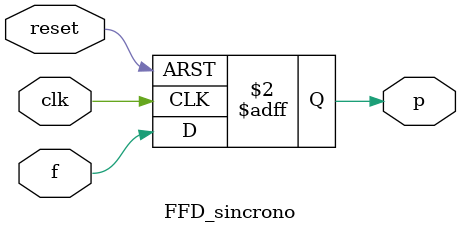
<source format=v>
module FFD_sincrono(input wire clk,reset,f, output reg p); 

always @ (posedge clk, posedge reset)
	begin 
	if (reset) 
		p <= 1; 
	else 
		p <= f; 
end 
endmodule 

</source>
